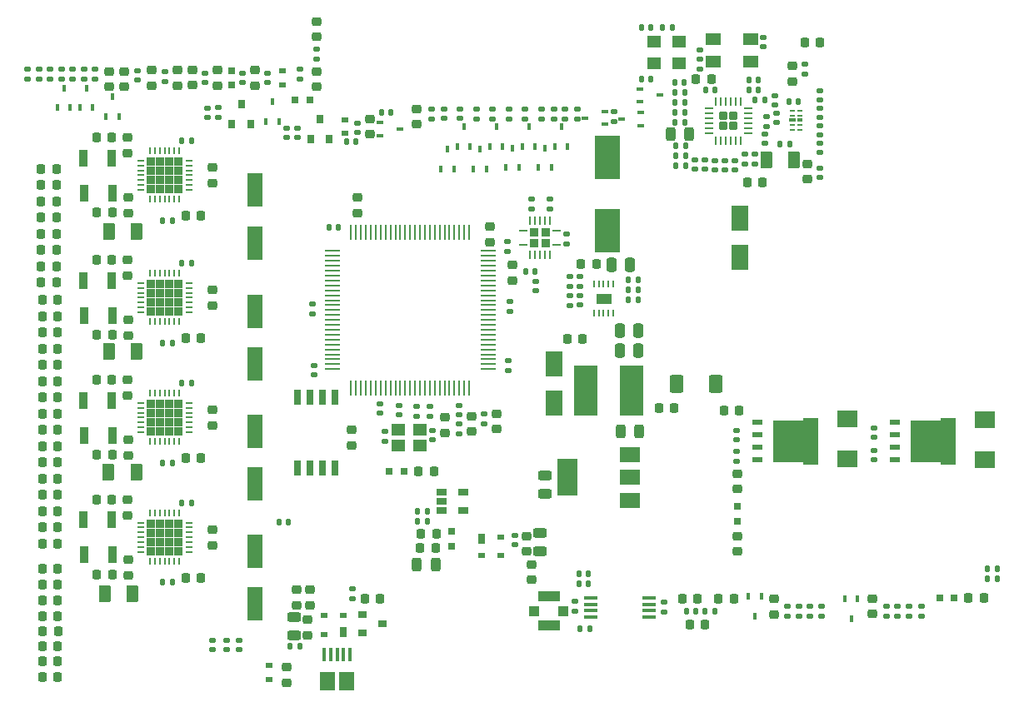
<source format=gbr>
%TF.GenerationSoftware,KiCad,Pcbnew,(6.0.2)*%
%TF.CreationDate,2022-04-18T10:54:01+08:00*%
%TF.ProjectId,BUDDY_v1.0.0,42554444-595f-4763-912e-302e302e6b69,v1.0.0*%
%TF.SameCoordinates,Original*%
%TF.FileFunction,Paste,Top*%
%TF.FilePolarity,Positive*%
%FSLAX46Y46*%
G04 Gerber Fmt 4.6, Leading zero omitted, Abs format (unit mm)*
G04 Created by KiCad (PCBNEW (6.0.2)) date 2022-04-18 10:54:01*
%MOMM*%
%LPD*%
G01*
G04 APERTURE LIST*
G04 Aperture macros list*
%AMRoundRect*
0 Rectangle with rounded corners*
0 $1 Rounding radius*
0 $2 $3 $4 $5 $6 $7 $8 $9 X,Y pos of 4 corners*
0 Add a 4 corners polygon primitive as box body*
4,1,4,$2,$3,$4,$5,$6,$7,$8,$9,$2,$3,0*
0 Add four circle primitives for the rounded corners*
1,1,$1+$1,$2,$3*
1,1,$1+$1,$4,$5*
1,1,$1+$1,$6,$7*
1,1,$1+$1,$8,$9*
0 Add four rect primitives between the rounded corners*
20,1,$1+$1,$2,$3,$4,$5,0*
20,1,$1+$1,$4,$5,$6,$7,0*
20,1,$1+$1,$6,$7,$8,$9,0*
20,1,$1+$1,$8,$9,$2,$3,0*%
%AMFreePoly0*
4,1,9,0.454242,0.242915,0.454242,-0.242915,0.242915,-0.454242,-0.242915,-0.454242,-0.454242,-0.242915,-0.454242,0.242915,-0.242915,0.454242,0.242915,0.454242,0.454242,0.242915,0.454242,0.242915,$1*%
G04 Aperture macros list end*
%ADD10C,0.010000*%
%ADD11R,0.700000X0.600000*%
%ADD12O,0.250000X0.700000*%
%ADD13O,0.700000X0.250000*%
%ADD14R,0.875000X0.875000*%
%ADD15RoundRect,0.243750X0.243750X0.456250X-0.243750X0.456250X-0.243750X-0.456250X0.243750X-0.456250X0*%
%ADD16RoundRect,0.147500X0.147500X0.172500X-0.147500X0.172500X-0.147500X-0.172500X0.147500X-0.172500X0*%
%ADD17RoundRect,0.147500X-0.147500X-0.172500X0.147500X-0.172500X0.147500X0.172500X-0.147500X0.172500X0*%
%ADD18RoundRect,0.147500X-0.172500X0.147500X-0.172500X-0.147500X0.172500X-0.147500X0.172500X0.147500X0*%
%ADD19RoundRect,0.218750X0.218750X0.256250X-0.218750X0.256250X-0.218750X-0.256250X0.218750X-0.256250X0*%
%ADD20R,1.450000X0.450000*%
%ADD21RoundRect,0.147500X0.172500X-0.147500X0.172500X0.147500X-0.172500X0.147500X-0.172500X-0.147500X0*%
%ADD22RoundRect,0.218750X0.256250X-0.218750X0.256250X0.218750X-0.256250X0.218750X-0.256250X-0.218750X0*%
%ADD23RoundRect,0.218750X-0.256250X0.218750X-0.256250X-0.218750X0.256250X-0.218750X0.256250X0.218750X0*%
%ADD24RoundRect,0.243750X0.456250X-0.243750X0.456250X0.243750X-0.456250X0.243750X-0.456250X-0.243750X0*%
%ADD25RoundRect,0.218750X-0.218750X-0.256250X0.218750X-0.256250X0.218750X0.256250X-0.218750X0.256250X0*%
%ADD26R,1.600000X3.500000*%
%ADD27R,0.797560X0.797560*%
%ADD28R,0.700000X1.000000*%
%ADD29R,2.159000X1.778000*%
%ADD30R,1.800000X2.500000*%
%ADD31R,0.400000X1.350000*%
%ADD32R,1.500000X1.900000*%
%ADD33RoundRect,0.249999X0.450001X0.650001X-0.450001X0.650001X-0.450001X-0.650001X0.450001X-0.650001X0*%
%ADD34R,0.800000X0.900000*%
%ADD35R,1.050000X0.600000*%
%ADD36R,3.300000X4.200000*%
%ADD37R,1.550000X4.700000*%
%ADD38R,0.900000X1.700000*%
%ADD39R,0.280000X1.500000*%
%ADD40R,1.500000X0.280000*%
%ADD41R,1.060000X0.650000*%
%ADD42R,1.400000X1.150000*%
%ADD43RoundRect,0.250000X0.375000X0.625000X-0.375000X0.625000X-0.375000X-0.625000X0.375000X-0.625000X0*%
%ADD44RoundRect,0.243750X-0.456250X0.243750X-0.456250X-0.243750X0.456250X-0.243750X0.456250X0.243750X0*%
%ADD45R,0.900000X0.800000*%
%ADD46RoundRect,0.250000X-0.375000X-0.625000X0.375000X-0.625000X0.375000X0.625000X-0.375000X0.625000X0*%
%ADD47FreePoly0,270.000000*%
%ADD48RoundRect,0.062500X-0.062500X0.325000X-0.062500X-0.325000X0.062500X-0.325000X0.062500X0.325000X0*%
%ADD49RoundRect,0.062500X-0.325000X0.062500X-0.325000X-0.062500X0.325000X-0.062500X0.325000X0.062500X0*%
%ADD50R,1.600000X1.300000*%
%ADD51R,0.820000X0.820000*%
%ADD52R,0.850000X0.280000*%
%ADD53R,0.280000X0.850000*%
%ADD54R,1.400000X1.200000*%
%ADD55R,2.500000X4.400000*%
%ADD56R,0.625000X0.250000*%
%ADD57R,0.700000X0.450000*%
%ADD58R,0.575000X0.450000*%
%ADD59RoundRect,0.243750X-0.243750X-0.456250X0.243750X-0.456250X0.243750X0.456250X-0.243750X0.456250X0*%
%ADD60R,2.000000X1.500000*%
%ADD61R,2.000000X3.800000*%
%ADD62R,0.650000X1.650000*%
%ADD63R,0.450000X0.700000*%
%ADD64R,1.000000X1.000000*%
%ADD65R,2.200000X1.050000*%
%ADD66RoundRect,0.135000X0.185000X-0.135000X0.185000X0.135000X-0.185000X0.135000X-0.185000X-0.135000X0*%
%ADD67RoundRect,0.135000X0.135000X0.185000X-0.135000X0.185000X-0.135000X-0.185000X0.135000X-0.185000X0*%
%ADD68RoundRect,0.225000X-0.225000X-0.250000X0.225000X-0.250000X0.225000X0.250000X-0.225000X0.250000X0*%
%ADD69R,0.270000X0.760000*%
%ADD70R,2.400000X5.100000*%
%ADD71RoundRect,0.250000X-0.250000X-0.475000X0.250000X-0.475000X0.250000X0.475000X-0.250000X0.475000X0*%
%ADD72RoundRect,0.135000X-0.185000X0.135000X-0.185000X-0.135000X0.185000X-0.135000X0.185000X0.135000X0*%
%ADD73RoundRect,0.140000X0.170000X-0.140000X0.170000X0.140000X-0.170000X0.140000X-0.170000X-0.140000X0*%
%ADD74RoundRect,0.250000X0.250000X0.475000X-0.250000X0.475000X-0.250000X-0.475000X0.250000X-0.475000X0*%
G04 APERTURE END LIST*
%TO.C,D10*%
G36*
X133380030Y-123374030D02*
G01*
X132780000Y-123374030D01*
X132780000Y-122474000D01*
X133380030Y-122474000D01*
X133380030Y-123374030D01*
G37*
G36*
X131379741Y-123374440D02*
G01*
X130780000Y-123374440D01*
X130780000Y-122874000D01*
X131379741Y-122874000D01*
X131379741Y-123374440D01*
G37*
G36*
X131379358Y-121473358D02*
G01*
X130780000Y-121473358D01*
X130780000Y-120974000D01*
X131379358Y-120974000D01*
X131379358Y-121473358D01*
G37*
G36*
X133380100Y-121473948D02*
G01*
X132780000Y-121473948D01*
X132780000Y-120974000D01*
X133380100Y-120974000D01*
X133380100Y-121473948D01*
G37*
%TO.C,D22*%
G36*
X149382000Y-113473000D02*
G01*
X148782259Y-113473000D01*
X148782259Y-112972560D01*
X149382000Y-112972560D01*
X149382000Y-113473000D01*
G37*
G36*
X147382000Y-113873000D02*
G01*
X146781970Y-113873000D01*
X146781970Y-112972970D01*
X147382000Y-112972970D01*
X147382000Y-113873000D01*
G37*
G36*
X149382000Y-115373000D02*
G01*
X148782642Y-115373000D01*
X148782642Y-114873642D01*
X149382000Y-114873642D01*
X149382000Y-115373000D01*
G37*
G36*
X147382000Y-115373000D02*
G01*
X146781900Y-115373000D01*
X146781900Y-114873052D01*
X147382000Y-114873052D01*
X147382000Y-115373000D01*
G37*
D10*
%TO.C,U14*%
X158773000Y-89474000D02*
X158773000Y-88526000D01*
X158773000Y-88526000D02*
X160227000Y-88526000D01*
X160227000Y-88526000D02*
X160227000Y-89474000D01*
X160227000Y-89474000D02*
X158773000Y-89474000D01*
G36*
X160227000Y-89474000D02*
G01*
X158773000Y-89474000D01*
X158773000Y-88526000D01*
X160227000Y-88526000D01*
X160227000Y-89474000D01*
G37*
X160227000Y-89474000D02*
X158773000Y-89474000D01*
X158773000Y-88526000D01*
X160227000Y-88526000D01*
X160227000Y-89474000D01*
%TD*%
D11*
%TO.C,D5*%
X126873000Y-65848000D03*
X126873000Y-67248000D03*
%TD*%
%TO.C,D6*%
X133223000Y-70801000D03*
X133223000Y-72201000D03*
%TD*%
%TO.C,D24*%
X125476000Y-127700000D03*
X125476000Y-126300000D03*
%TD*%
D12*
%TO.C,U6*%
X113394000Y-115724000D03*
X113894000Y-115724000D03*
X114394000Y-115724000D03*
X114894000Y-115724000D03*
X115394000Y-115724000D03*
X115894000Y-115724000D03*
X116394000Y-115724000D03*
D13*
X117344000Y-114774000D03*
X117344000Y-114274000D03*
X117344000Y-113774000D03*
X117344000Y-113274000D03*
X117344000Y-112774000D03*
X117344000Y-112274000D03*
X117344000Y-111774000D03*
D12*
X116394000Y-110824000D03*
X115894000Y-110824000D03*
X115394000Y-110824000D03*
X114894000Y-110824000D03*
X114394000Y-110824000D03*
X113894000Y-110824000D03*
X113394000Y-110824000D03*
D13*
X112444000Y-111774000D03*
X112444000Y-112274000D03*
X112444000Y-112774000D03*
X112444000Y-113274000D03*
X112444000Y-113774000D03*
X112444000Y-114274000D03*
X112444000Y-114774000D03*
D14*
X113506500Y-111886500D03*
X116281500Y-113736500D03*
X114431500Y-111886500D03*
X115356500Y-113736500D03*
X113506500Y-114661500D03*
X115356500Y-111886500D03*
X114431500Y-113736500D03*
X115356500Y-114661500D03*
X115356500Y-112811500D03*
X114431500Y-114661500D03*
X113506500Y-113736500D03*
X116281500Y-111886500D03*
X116281500Y-114661500D03*
X113506500Y-112811500D03*
X116281500Y-112811500D03*
X114431500Y-112811500D03*
%TD*%
D12*
%TO.C,U7*%
X113394000Y-103542000D03*
X113894000Y-103542000D03*
X114394000Y-103542000D03*
X114894000Y-103542000D03*
X115394000Y-103542000D03*
X115894000Y-103542000D03*
X116394000Y-103542000D03*
D13*
X117344000Y-102592000D03*
X117344000Y-102092000D03*
X117344000Y-101592000D03*
X117344000Y-101092000D03*
X117344000Y-100592000D03*
X117344000Y-100092000D03*
X117344000Y-99592000D03*
D12*
X116394000Y-98642000D03*
X115894000Y-98642000D03*
X115394000Y-98642000D03*
X114894000Y-98642000D03*
X114394000Y-98642000D03*
X113894000Y-98642000D03*
X113394000Y-98642000D03*
D13*
X112444000Y-99592000D03*
X112444000Y-100092000D03*
X112444000Y-100592000D03*
X112444000Y-101092000D03*
X112444000Y-101592000D03*
X112444000Y-102092000D03*
X112444000Y-102592000D03*
D14*
X114431500Y-100629500D03*
X116281500Y-102479500D03*
X114431500Y-99704500D03*
X116281500Y-100629500D03*
X115356500Y-99704500D03*
X115356500Y-102479500D03*
X116281500Y-99704500D03*
X114431500Y-101554500D03*
X113506500Y-100629500D03*
X113506500Y-101554500D03*
X116281500Y-101554500D03*
X113506500Y-99704500D03*
X115356500Y-101554500D03*
X115356500Y-100629500D03*
X114431500Y-102479500D03*
X113506500Y-102479500D03*
%TD*%
D12*
%TO.C,U8*%
X113394000Y-78904000D03*
X113894000Y-78904000D03*
X114394000Y-78904000D03*
X114894000Y-78904000D03*
X115394000Y-78904000D03*
X115894000Y-78904000D03*
X116394000Y-78904000D03*
D13*
X117344000Y-77954000D03*
X117344000Y-77454000D03*
X117344000Y-76954000D03*
X117344000Y-76454000D03*
X117344000Y-75954000D03*
X117344000Y-75454000D03*
X117344000Y-74954000D03*
D12*
X116394000Y-74004000D03*
X115894000Y-74004000D03*
X115394000Y-74004000D03*
X114894000Y-74004000D03*
X114394000Y-74004000D03*
X113894000Y-74004000D03*
X113394000Y-74004000D03*
D13*
X112444000Y-74954000D03*
X112444000Y-75454000D03*
X112444000Y-75954000D03*
X112444000Y-76454000D03*
X112444000Y-76954000D03*
X112444000Y-77454000D03*
X112444000Y-77954000D03*
D14*
X115356500Y-75066500D03*
X114431500Y-77841500D03*
X113506500Y-76916500D03*
X114431500Y-75991500D03*
X115356500Y-76916500D03*
X114431500Y-76916500D03*
X116281500Y-77841500D03*
X115356500Y-77841500D03*
X113506500Y-77841500D03*
X116281500Y-75991500D03*
X116281500Y-76916500D03*
X113506500Y-75991500D03*
X116281500Y-75066500D03*
X115356500Y-75991500D03*
X113506500Y-75066500D03*
X114431500Y-75066500D03*
%TD*%
D12*
%TO.C,U9*%
X113394000Y-91350000D03*
X113894000Y-91350000D03*
X114394000Y-91350000D03*
X114894000Y-91350000D03*
X115394000Y-91350000D03*
X115894000Y-91350000D03*
X116394000Y-91350000D03*
D13*
X117344000Y-90400000D03*
X117344000Y-89900000D03*
X117344000Y-89400000D03*
X117344000Y-88900000D03*
X117344000Y-88400000D03*
X117344000Y-87900000D03*
X117344000Y-87400000D03*
D12*
X116394000Y-86450000D03*
X115894000Y-86450000D03*
X115394000Y-86450000D03*
X114894000Y-86450000D03*
X114394000Y-86450000D03*
X113894000Y-86450000D03*
X113394000Y-86450000D03*
D13*
X112444000Y-87400000D03*
X112444000Y-87900000D03*
X112444000Y-88400000D03*
X112444000Y-88900000D03*
X112444000Y-89400000D03*
X112444000Y-89900000D03*
X112444000Y-90400000D03*
D14*
X114431500Y-89362500D03*
X113506500Y-88437500D03*
X115356500Y-89362500D03*
X116281500Y-88437500D03*
X115356500Y-90287500D03*
X113506500Y-90287500D03*
X116281500Y-87512500D03*
X113506500Y-87512500D03*
X115356500Y-88437500D03*
X115356500Y-87512500D03*
X116281500Y-90287500D03*
X114431500Y-87512500D03*
X113506500Y-89362500D03*
X116281500Y-89362500D03*
X114431500Y-90287500D03*
X114431500Y-88437500D03*
%TD*%
D15*
%TO.C,C37*%
X142415500Y-116035568D03*
X140540500Y-116035568D03*
%TD*%
D16*
%TO.C,R77*%
X199494000Y-117475000D03*
X198524000Y-117475000D03*
%TD*%
%TO.C,R78*%
X170769000Y-120777000D03*
X169799000Y-120777000D03*
%TD*%
%TO.C,R82*%
X168864000Y-120777000D03*
X167894000Y-120777000D03*
%TD*%
D17*
%TO.C,TH1*%
X198524000Y-116459000D03*
X199494000Y-116459000D03*
%TD*%
D18*
%TO.C,C114*%
X144780000Y-101773000D03*
X144780000Y-102743000D03*
%TD*%
D19*
%TO.C,C8*%
X169062500Y-119507000D03*
X167487500Y-119507000D03*
%TD*%
D18*
%TO.C,C52*%
X165608000Y-119888000D03*
X165608000Y-120858000D03*
%TD*%
D16*
%TO.C,R29*%
X157965000Y-117983000D03*
X156995000Y-117983000D03*
%TD*%
%TO.C,R28*%
X157965000Y-116967000D03*
X156995000Y-116967000D03*
%TD*%
D20*
%TO.C,U11*%
X158213000Y-119421000D03*
X158213000Y-120071000D03*
X158213000Y-120721000D03*
X158213000Y-121371000D03*
X164113000Y-121371000D03*
X164113000Y-120721000D03*
X164113000Y-120071000D03*
X164113000Y-119421000D03*
%TD*%
D16*
%TO.C,R92*%
X141582000Y-110617000D03*
X140612000Y-110617000D03*
%TD*%
D21*
%TO.C,C1*%
X118999000Y-67033000D03*
X118999000Y-66063000D03*
%TD*%
D18*
%TO.C,C2*%
X130302000Y-63650000D03*
X130302000Y-64620000D03*
%TD*%
D21*
%TO.C,C3*%
X178181000Y-121262000D03*
X178181000Y-120292000D03*
%TD*%
%TO.C,C4*%
X188214000Y-121262000D03*
X188214000Y-120292000D03*
%TD*%
D18*
%TO.C,C9*%
X104394000Y-65705000D03*
X104394000Y-66675000D03*
%TD*%
D21*
%TO.C,C10*%
X107823000Y-66652000D03*
X107823000Y-65682000D03*
%TD*%
D18*
%TO.C,C11*%
X138684000Y-99845000D03*
X138684000Y-100815000D03*
%TD*%
D21*
%TO.C,C12*%
X112141000Y-66779000D03*
X112141000Y-65809000D03*
%TD*%
D22*
%TO.C,C14*%
X133858000Y-103911500D03*
X133858000Y-102336500D03*
%TD*%
D23*
%TO.C,C15*%
X119720000Y-112486500D03*
X119720000Y-114061500D03*
%TD*%
D16*
%TO.C,C16*%
X117617100Y-109738160D03*
X116647100Y-109738160D03*
%TD*%
D24*
%TO.C,C21*%
X153035000Y-114729500D03*
X153035000Y-112854500D03*
%TD*%
D25*
%TO.C,C23*%
X171712500Y-100360000D03*
X173287500Y-100360000D03*
%TD*%
D23*
%TO.C,C24*%
X119720000Y-100304500D03*
X119720000Y-101879500D03*
%TD*%
D25*
%TO.C,C25*%
X171145000Y-119507000D03*
X172720000Y-119507000D03*
%TD*%
D18*
%TO.C,C27*%
X136779000Y-99695000D03*
X136779000Y-100665000D03*
%TD*%
D19*
%TO.C,C28*%
X158744917Y-85484692D03*
X157169917Y-85484692D03*
%TD*%
D21*
%TO.C,C30*%
X130048000Y-96751000D03*
X130048000Y-95781000D03*
%TD*%
D16*
%TO.C,C32*%
X117617100Y-97556160D03*
X116647100Y-97556160D03*
%TD*%
D23*
%TO.C,C34*%
X119720000Y-75666500D03*
X119720000Y-77241500D03*
%TD*%
%TO.C,C36*%
X119720000Y-88112500D03*
X119720000Y-89687500D03*
%TD*%
D16*
%TO.C,C38*%
X117617100Y-72918160D03*
X116647100Y-72918160D03*
%TD*%
D19*
%TO.C,C39*%
X142421712Y-114384568D03*
X140846712Y-114384568D03*
%TD*%
D16*
%TO.C,C40*%
X117617100Y-85364160D03*
X116647100Y-85364160D03*
%TD*%
D19*
%TO.C,C42*%
X118582540Y-117411500D03*
X117007540Y-117411500D03*
%TD*%
D17*
%TO.C,C43*%
X114704000Y-117856000D03*
X115674000Y-117856000D03*
%TD*%
D19*
%TO.C,C44*%
X118582540Y-105229500D03*
X117007540Y-105229500D03*
%TD*%
D17*
%TO.C,C45*%
X114704000Y-105674000D03*
X115674000Y-105674000D03*
%TD*%
D19*
%TO.C,C46*%
X109603640Y-117066060D03*
X108028640Y-117066060D03*
%TD*%
%TO.C,C47*%
X109603640Y-104884060D03*
X108028640Y-104884060D03*
%TD*%
%TO.C,C50*%
X109527440Y-109466380D03*
X107952440Y-109466380D03*
%TD*%
%TO.C,C53*%
X109527440Y-97284380D03*
X107952440Y-97284380D03*
%TD*%
D22*
%TO.C,C54*%
X111122460Y-111041280D03*
X111122460Y-109466280D03*
%TD*%
%TO.C,C55*%
X111122460Y-98859280D03*
X111122460Y-97284280D03*
%TD*%
D23*
%TO.C,C58*%
X111180880Y-115541960D03*
X111180880Y-117116960D03*
%TD*%
%TO.C,C59*%
X111180880Y-103359960D03*
X111180880Y-104934960D03*
%TD*%
D26*
%TO.C,C61*%
X124079000Y-102456000D03*
X124079000Y-107856000D03*
%TD*%
D25*
%TO.C,C64*%
X102463500Y-127508000D03*
X104038500Y-127508000D03*
%TD*%
%TO.C,C65*%
X102463500Y-124333000D03*
X104038500Y-124333000D03*
%TD*%
%TO.C,C66*%
X102463500Y-121285000D03*
X104038500Y-121285000D03*
%TD*%
%TO.C,C67*%
X102463500Y-118110000D03*
X104038500Y-118110000D03*
%TD*%
%TO.C,C68*%
X102463500Y-113919000D03*
X104038500Y-113919000D03*
%TD*%
%TO.C,C69*%
X102463500Y-110617000D03*
X104038500Y-110617000D03*
%TD*%
%TO.C,C70*%
X102463500Y-107315000D03*
X104038500Y-107315000D03*
%TD*%
%TO.C,C71*%
X102463500Y-104013000D03*
X104038500Y-104013000D03*
%TD*%
D19*
%TO.C,C72*%
X118582540Y-80591500D03*
X117007540Y-80591500D03*
%TD*%
D17*
%TO.C,C73*%
X114704000Y-81036000D03*
X115674000Y-81036000D03*
%TD*%
D19*
%TO.C,C74*%
X118582540Y-93037500D03*
X117007540Y-93037500D03*
%TD*%
D17*
%TO.C,C75*%
X114704000Y-93482000D03*
X115674000Y-93482000D03*
%TD*%
D19*
%TO.C,C76*%
X109603640Y-80246060D03*
X108028640Y-80246060D03*
%TD*%
%TO.C,C77*%
X109603640Y-92692060D03*
X108028640Y-92692060D03*
%TD*%
%TO.C,C80*%
X109527440Y-72646380D03*
X107952440Y-72646380D03*
%TD*%
%TO.C,C83*%
X109527440Y-85092380D03*
X107952440Y-85092380D03*
%TD*%
D22*
%TO.C,C84*%
X111122460Y-74221280D03*
X111122460Y-72646280D03*
%TD*%
%TO.C,C85*%
X111122460Y-86667280D03*
X111122460Y-85092280D03*
%TD*%
D16*
%TO.C,C87*%
X128628000Y-124333000D03*
X127658000Y-124333000D03*
%TD*%
D23*
%TO.C,C88*%
X111180880Y-78721960D03*
X111180880Y-80296960D03*
%TD*%
%TO.C,C89*%
X111180880Y-91167960D03*
X111180880Y-92742960D03*
%TD*%
D26*
%TO.C,C90*%
X124079000Y-77945000D03*
X124079000Y-83345000D03*
%TD*%
%TO.C,C91*%
X124079000Y-90264000D03*
X124079000Y-95664000D03*
%TD*%
D25*
%TO.C,C94*%
X102336500Y-87376000D03*
X103911500Y-87376000D03*
%TD*%
%TO.C,C95*%
X102336500Y-84074000D03*
X103911500Y-84074000D03*
%TD*%
%TO.C,C96*%
X102336500Y-80772000D03*
X103911500Y-80772000D03*
%TD*%
%TO.C,C97*%
X102336500Y-77470000D03*
X103911500Y-77470000D03*
%TD*%
%TO.C,C98*%
X102463500Y-100711000D03*
X104038500Y-100711000D03*
%TD*%
%TO.C,C99*%
X102463500Y-97409000D03*
X104038500Y-97409000D03*
%TD*%
%TO.C,C100*%
X102463500Y-94107000D03*
X104038500Y-94107000D03*
%TD*%
%TO.C,C101*%
X102463500Y-90805000D03*
X104038500Y-90805000D03*
%TD*%
D18*
%TO.C,C104*%
X142113000Y-102385000D03*
X142113000Y-103355000D03*
%TD*%
D21*
%TO.C,C105*%
X137287000Y-103482000D03*
X137287000Y-102512000D03*
%TD*%
D23*
%TO.C,C106*%
X150241000Y-85572500D03*
X150241000Y-87147500D03*
%TD*%
D22*
%TO.C,C107*%
X134493000Y-80289500D03*
X134493000Y-78714500D03*
%TD*%
D21*
%TO.C,C108*%
X121158000Y-124691000D03*
X121158000Y-123721000D03*
%TD*%
D18*
%TO.C,C109*%
X141859000Y-99972000D03*
X141859000Y-100942000D03*
%TD*%
D16*
%TO.C,C110*%
X132565000Y-81788000D03*
X131595000Y-81788000D03*
%TD*%
D21*
%TO.C,C111*%
X149733000Y-84178000D03*
X149733000Y-83208000D03*
%TD*%
D18*
%TO.C,C112*%
X149777000Y-95305000D03*
X149777000Y-96275000D03*
%TD*%
%TO.C,C113*%
X147320000Y-100757000D03*
X147320000Y-101727000D03*
%TD*%
%TO.C,C115*%
X150495000Y-113053000D03*
X150495000Y-114023000D03*
%TD*%
D23*
%TO.C,C116*%
X146050000Y-100939500D03*
X146050000Y-102514500D03*
%TD*%
%TO.C,C117*%
X143383000Y-101066500D03*
X143383000Y-102641500D03*
%TD*%
D22*
%TO.C,C118*%
X147955000Y-83236000D03*
X147955000Y-81661000D03*
%TD*%
D27*
%TO.C,D3*%
X121666000Y-67297300D03*
X121666000Y-65798700D03*
%TD*%
%TO.C,D4*%
X129641600Y-68834000D03*
X128143000Y-68834000D03*
%TD*%
%TO.C,D9*%
X137708701Y-106566001D03*
X139207301Y-106566001D03*
%TD*%
D28*
%TO.C,D10*%
X133080000Y-122924000D03*
D11*
X133080000Y-121224000D03*
X131080000Y-121224000D03*
X131080000Y-123124000D03*
%TD*%
D29*
%TO.C,D12*%
X184300000Y-105332000D03*
X184300000Y-101268000D03*
%TD*%
D27*
%TO.C,D13*%
X173101000Y-110121700D03*
X173101000Y-111620300D03*
%TD*%
D29*
%TO.C,D14*%
X198247000Y-105410000D03*
X198247000Y-101346000D03*
%TD*%
D27*
%TO.C,D15*%
X193642169Y-119440052D03*
X195140769Y-119440052D03*
%TD*%
%TO.C,D17*%
X144018000Y-112661700D03*
X144018000Y-114160300D03*
%TD*%
D30*
%TO.C,D18*%
X173355000Y-80804000D03*
X173355000Y-84804000D03*
%TD*%
D28*
%TO.C,D22*%
X147082000Y-113423000D03*
D11*
X147082000Y-115123000D03*
X149082000Y-115123000D03*
X149082000Y-113223000D03*
%TD*%
D31*
%TO.C,J2*%
X131126000Y-125160000D03*
X131776000Y-125160000D03*
X132426000Y-125160000D03*
X133076000Y-125160000D03*
X133726000Y-125160000D03*
D32*
X133426000Y-127860000D03*
X131426000Y-127860000D03*
%TD*%
D22*
%TO.C,L1*%
X117729000Y-67310000D03*
X117729000Y-65735000D03*
%TD*%
%TO.C,L2*%
X130302000Y-62382500D03*
X130302000Y-60807500D03*
%TD*%
%TO.C,L3*%
X124079000Y-67335500D03*
X124079000Y-65760500D03*
%TD*%
%TO.C,L4*%
X135763000Y-72288500D03*
X135763000Y-70713500D03*
%TD*%
D23*
%TO.C,L5*%
X176784000Y-119507000D03*
X176784000Y-121082000D03*
%TD*%
%TO.C,L6*%
X186817000Y-119481500D03*
X186817000Y-121056500D03*
%TD*%
%TO.C,L7*%
X129413000Y-121640500D03*
X129413000Y-123215500D03*
%TD*%
D25*
%TO.C,L8*%
X135229500Y-119507000D03*
X136804500Y-119507000D03*
%TD*%
D23*
%TO.C,L9*%
X127254000Y-126466500D03*
X127254000Y-128041500D03*
%TD*%
D33*
%TO.C,L12*%
X170896257Y-97635544D03*
X166896257Y-97635544D03*
%TD*%
D22*
%TO.C,L14*%
X109220000Y-67462500D03*
X109220000Y-65887500D03*
%TD*%
%TO.C,L15*%
X110744000Y-67462500D03*
X110744000Y-65887500D03*
%TD*%
D23*
%TO.C,L16*%
X140462000Y-69697500D03*
X140462000Y-71272500D03*
%TD*%
D22*
%TO.C,L23*%
X113538000Y-67335500D03*
X113538000Y-65760500D03*
%TD*%
%TO.C,L25*%
X116205000Y-67335500D03*
X116205000Y-65760500D03*
%TD*%
%TO.C,L27*%
X151638000Y-114706500D03*
X151638000Y-113131500D03*
%TD*%
D19*
%TO.C,L31*%
X104061360Y-122811540D03*
X102486360Y-122811540D03*
%TD*%
%TO.C,L32*%
X104035960Y-119694960D03*
X102460960Y-119694960D03*
%TD*%
%TO.C,L33*%
X104035960Y-116507260D03*
X102460960Y-116507260D03*
%TD*%
%TO.C,L34*%
X104038500Y-108966000D03*
X102463500Y-108966000D03*
%TD*%
%TO.C,L35*%
X104038500Y-105664000D03*
X102463500Y-105664000D03*
%TD*%
%TO.C,L36*%
X104038500Y-102362000D03*
X102463500Y-102362000D03*
%TD*%
%TO.C,L37*%
X104035960Y-125897640D03*
X102460960Y-125897640D03*
%TD*%
%TO.C,L38*%
X104038500Y-112268000D03*
X102463500Y-112268000D03*
%TD*%
%TO.C,L39*%
X103911500Y-82423000D03*
X102336500Y-82423000D03*
%TD*%
%TO.C,L40*%
X103911500Y-79121000D03*
X102336500Y-79121000D03*
%TD*%
%TO.C,L41*%
X103911500Y-75819000D03*
X102336500Y-75819000D03*
%TD*%
%TO.C,L42*%
X104038500Y-95758000D03*
X102463500Y-95758000D03*
%TD*%
%TO.C,L43*%
X104038500Y-92456000D03*
X102463500Y-92456000D03*
%TD*%
%TO.C,L44*%
X104038500Y-89154000D03*
X102463500Y-89154000D03*
%TD*%
%TO.C,L45*%
X103911500Y-85725000D03*
X102336500Y-85725000D03*
%TD*%
%TO.C,L46*%
X104038500Y-99060000D03*
X102463500Y-99060000D03*
%TD*%
D22*
%TO.C,L47*%
X148590000Y-102260500D03*
X148590000Y-100685500D03*
%TD*%
D23*
%TO.C,L48*%
X152200000Y-116012500D03*
X152200000Y-117587500D03*
%TD*%
D34*
%TO.C,Q1*%
X121732000Y-71231000D03*
X123632000Y-71231000D03*
X122682000Y-69231000D03*
%TD*%
%TO.C,Q2*%
X129733000Y-72755000D03*
X131633000Y-72755000D03*
X130683000Y-70755000D03*
%TD*%
D35*
%TO.C,Q3*%
X175102000Y-105410000D03*
X175102000Y-101600000D03*
X175102000Y-104140000D03*
X175102000Y-102870000D03*
D36*
X178377000Y-103505000D03*
D37*
X180577000Y-103505000D03*
%TD*%
D35*
%TO.C,Q4*%
X189072000Y-105410000D03*
X189072000Y-101600000D03*
X189072000Y-102870000D03*
X189072000Y-104140000D03*
D36*
X192347000Y-103505000D03*
D37*
X194547000Y-103505000D03*
%TD*%
D18*
%TO.C,R1*%
X120373000Y-69596000D03*
X120373000Y-70566000D03*
%TD*%
%TO.C,R2*%
X128397000Y-71651000D03*
X128397000Y-72621000D03*
%TD*%
%TO.C,R3*%
X119253000Y-69619000D03*
X119253000Y-70589000D03*
%TD*%
D21*
%TO.C,R4*%
X127254000Y-72621000D03*
X127254000Y-71651000D03*
%TD*%
D22*
%TO.C,R5*%
X120269000Y-67335500D03*
X120269000Y-65760500D03*
%TD*%
D23*
%TO.C,R6*%
X130302000Y-65887500D03*
X130302000Y-67462500D03*
%TD*%
D21*
%TO.C,R7*%
X128651000Y-66652000D03*
X128651000Y-65682000D03*
%TD*%
D16*
%TO.C,R8*%
X134343000Y-73025000D03*
X133373000Y-73025000D03*
%TD*%
D18*
%TO.C,R9*%
X125349000Y-66063000D03*
X125349000Y-67033000D03*
%TD*%
D21*
%TO.C,R10*%
X134493000Y-72113000D03*
X134493000Y-71143000D03*
%TD*%
D18*
%TO.C,R11*%
X179324000Y-120292000D03*
X179324000Y-121262000D03*
%TD*%
D21*
%TO.C,R12*%
X180467000Y-121262000D03*
X180467000Y-120292000D03*
%TD*%
D18*
%TO.C,R13*%
X181610000Y-120292000D03*
X181610000Y-121262000D03*
%TD*%
%TO.C,R14*%
X189357000Y-120292000D03*
X189357000Y-121262000D03*
%TD*%
D21*
%TO.C,R15*%
X190500000Y-121262000D03*
X190500000Y-120292000D03*
%TD*%
%TO.C,R16*%
X191770000Y-121262000D03*
X191770000Y-120292000D03*
%TD*%
D18*
%TO.C,R18*%
X114935000Y-65936000D03*
X114935000Y-66906000D03*
%TD*%
D23*
%TO.C,R19*%
X129667000Y-118592500D03*
X129667000Y-120167500D03*
%TD*%
D22*
%TO.C,R20*%
X128270000Y-120167500D03*
X128270000Y-118592500D03*
%TD*%
D18*
%TO.C,R22*%
X146558000Y-69746000D03*
X146558000Y-70716000D03*
%TD*%
%TO.C,R23*%
X149860000Y-69746000D03*
X149860000Y-70716000D03*
%TD*%
D19*
%TO.C,C26*%
X166696166Y-100110000D03*
X165121166Y-100110000D03*
%TD*%
D18*
%TO.C,R41*%
X153162000Y-69746000D03*
X153162000Y-70716000D03*
%TD*%
D21*
%TO.C,R42*%
X143256000Y-70693000D03*
X143256000Y-69723000D03*
%TD*%
%TO.C,R43*%
X172974000Y-103355000D03*
X172974000Y-102385000D03*
%TD*%
D18*
%TO.C,R44*%
X172974000Y-104544000D03*
X172974000Y-105514000D03*
%TD*%
D23*
%TO.C,R45*%
X173101000Y-113131500D03*
X173101000Y-114706500D03*
%TD*%
D21*
%TO.C,R46*%
X186944000Y-103101000D03*
X186944000Y-102131000D03*
%TD*%
D18*
%TO.C,R47*%
X186944000Y-104417000D03*
X186944000Y-105387000D03*
%TD*%
D25*
%TO.C,R48*%
X196570500Y-119440052D03*
X198145500Y-119440052D03*
%TD*%
D21*
%TO.C,R54*%
X106680000Y-66652000D03*
X106680000Y-65682000D03*
%TD*%
D18*
%TO.C,R55*%
X103251000Y-65705000D03*
X103251000Y-66675000D03*
%TD*%
%TO.C,R56*%
X102108000Y-65682000D03*
X102108000Y-66652000D03*
%TD*%
%TO.C,R57*%
X105537000Y-65682000D03*
X105537000Y-66652000D03*
%TD*%
D21*
%TO.C,R58*%
X100965000Y-66652000D03*
X100965000Y-65682000D03*
%TD*%
D18*
%TO.C,R63*%
X155575000Y-69746000D03*
X155575000Y-70716000D03*
%TD*%
D21*
%TO.C,R64*%
X129921000Y-90528000D03*
X129921000Y-89558000D03*
%TD*%
D38*
%TO.C,R65*%
X106701000Y-115062000D03*
X109601000Y-115062000D03*
%TD*%
%TO.C,R66*%
X106701000Y-102880000D03*
X109601000Y-102880000D03*
%TD*%
%TO.C,R67*%
X106627000Y-111506000D03*
X109527000Y-111506000D03*
%TD*%
%TO.C,R68*%
X106627000Y-99324000D03*
X109527000Y-99324000D03*
%TD*%
D16*
%TO.C,R70*%
X164315000Y-66675000D03*
X163345000Y-66675000D03*
%TD*%
D38*
%TO.C,R73*%
X106701000Y-78242000D03*
X109601000Y-78242000D03*
%TD*%
%TO.C,R74*%
X106701000Y-90688000D03*
X109601000Y-90688000D03*
%TD*%
%TO.C,R75*%
X106627000Y-74686000D03*
X109527000Y-74686000D03*
%TD*%
%TO.C,R76*%
X106627000Y-87132000D03*
X109527000Y-87132000D03*
%TD*%
D21*
%TO.C,R79*%
X122428000Y-124691000D03*
X122428000Y-123721000D03*
%TD*%
D18*
%TO.C,R80*%
X149987000Y-89304000D03*
X149987000Y-90274000D03*
%TD*%
D21*
%TO.C,R81*%
X119761000Y-124691000D03*
X119761000Y-123721000D03*
%TD*%
%TO.C,R86*%
X144780000Y-100815000D03*
X144780000Y-99845000D03*
%TD*%
D17*
%TO.C,R87*%
X140612000Y-111633000D03*
X141582000Y-111633000D03*
%TD*%
D25*
%TO.C,R88*%
X140944500Y-112903000D03*
X142519500Y-112903000D03*
%TD*%
D21*
%TO.C,R89*%
X144907000Y-70693000D03*
X144907000Y-69723000D03*
%TD*%
%TO.C,R90*%
X148209000Y-70716000D03*
X148209000Y-69746000D03*
%TD*%
%TO.C,R91*%
X151511000Y-70716000D03*
X151511000Y-69746000D03*
%TD*%
%TO.C,R93*%
X154432000Y-70716000D03*
X154432000Y-69746000D03*
%TD*%
D39*
%TO.C,U10*%
X133842001Y-98066001D03*
X134342001Y-98066001D03*
X134842001Y-98066001D03*
X135342001Y-98066001D03*
X135842001Y-98066001D03*
X136342001Y-98066001D03*
X136842001Y-98066001D03*
X137342001Y-98066001D03*
X137842001Y-98066001D03*
X138342001Y-98066001D03*
X138842001Y-98066001D03*
X139342001Y-98066001D03*
X139842001Y-98066001D03*
X140342001Y-98066001D03*
X140842001Y-98066001D03*
X141342001Y-98066001D03*
X141842001Y-98066001D03*
X142342001Y-98066001D03*
X142842001Y-98066001D03*
X143342001Y-98066001D03*
X143842001Y-98066001D03*
X144342001Y-98066001D03*
X144842001Y-98066001D03*
X145342001Y-98066001D03*
X145842001Y-98066001D03*
D40*
X147742001Y-96166001D03*
X147742001Y-95666001D03*
X147742001Y-95166001D03*
X147742001Y-94666001D03*
X147742001Y-94166001D03*
X147742001Y-93666001D03*
X147742001Y-93166001D03*
X147742001Y-92666001D03*
X147742001Y-92166001D03*
X147742001Y-91666001D03*
X147742001Y-91166001D03*
X147742001Y-90666001D03*
X147742001Y-90166001D03*
X147742001Y-89666001D03*
X147742001Y-89166001D03*
X147742001Y-88666001D03*
X147742001Y-88166001D03*
X147742001Y-87666001D03*
X147742001Y-87166001D03*
X147742001Y-86666001D03*
X147742001Y-86166001D03*
X147742001Y-85666001D03*
X147742001Y-85166001D03*
X147742001Y-84666001D03*
X147742001Y-84166001D03*
D39*
X145842001Y-82266001D03*
X145342001Y-82266001D03*
X144842001Y-82266001D03*
X144342001Y-82266001D03*
X143842001Y-82266001D03*
X143342001Y-82266001D03*
X142842001Y-82266001D03*
X142342001Y-82266001D03*
X141842001Y-82266001D03*
X141342001Y-82266001D03*
X140842001Y-82266001D03*
X140342001Y-82266001D03*
X139842001Y-82266001D03*
X139342001Y-82266001D03*
X138842001Y-82266001D03*
X138342001Y-82266001D03*
X137842001Y-82266001D03*
X137342001Y-82266001D03*
X136842001Y-82266001D03*
X136342001Y-82266001D03*
X135842001Y-82266001D03*
X135342001Y-82266001D03*
X134842001Y-82266001D03*
X134342001Y-82266001D03*
X133842001Y-82266001D03*
D40*
X131942001Y-84166001D03*
X131942001Y-84666001D03*
X131942001Y-85166001D03*
X131942001Y-85666001D03*
X131942001Y-86166001D03*
X131942001Y-86666001D03*
X131942001Y-87166001D03*
X131942001Y-87666001D03*
X131942001Y-88166001D03*
X131942001Y-88666001D03*
X131942001Y-89166001D03*
X131942001Y-89666001D03*
X131942001Y-90166001D03*
X131942001Y-90666001D03*
X131942001Y-91166001D03*
X131942001Y-91666001D03*
X131942001Y-92166001D03*
X131942001Y-92666001D03*
X131942001Y-93166001D03*
X131942001Y-93666001D03*
X131942001Y-94166001D03*
X131942001Y-94666001D03*
X131942001Y-95166001D03*
X131942001Y-95666001D03*
X131942001Y-96166001D03*
%TD*%
D41*
%TO.C,U12*%
X143045000Y-108651000D03*
X143045000Y-109601000D03*
X143045000Y-110551000D03*
X145245000Y-110551000D03*
X145245000Y-108651000D03*
%TD*%
D42*
%TO.C,Y2*%
X140800000Y-102324000D03*
X138600000Y-102324000D03*
X138600000Y-103924000D03*
X140800000Y-103924000D03*
%TD*%
D16*
%TO.C,R83*%
X158092000Y-122555000D03*
X157122000Y-122555000D03*
%TD*%
D25*
%TO.C,L11*%
X168249500Y-122174000D03*
X169824500Y-122174000D03*
%TD*%
D18*
%TO.C,C49*%
X156591000Y-119784000D03*
X156591000Y-120754000D03*
%TD*%
D26*
%TO.C,C60*%
X124079000Y-114648000D03*
X124079000Y-120048000D03*
%TD*%
D17*
%TO.C,C62*%
X136929000Y-70104000D03*
X137899000Y-70104000D03*
%TD*%
D21*
%TO.C,C41*%
X156845000Y-70716000D03*
X156845000Y-69746000D03*
%TD*%
D18*
%TO.C,C63*%
X141986000Y-69746000D03*
X141986000Y-70716000D03*
%TD*%
%TO.C,C51*%
X122809000Y-66063000D03*
X122809000Y-67033000D03*
%TD*%
D43*
%TO.C,C92*%
X111636000Y-118999000D03*
X108836000Y-118999000D03*
%TD*%
%TO.C,C93*%
X112020000Y-82169000D03*
X109220000Y-82169000D03*
%TD*%
%TO.C,C121*%
X112014000Y-106680000D03*
X109214000Y-106680000D03*
%TD*%
%TO.C,C122*%
X112017000Y-94361000D03*
X109217000Y-94361000D03*
%TD*%
D16*
%TO.C,R85*%
X127462000Y-111760000D03*
X126492000Y-111760000D03*
%TD*%
D25*
%TO.C,R17*%
X140690500Y-106553000D03*
X142265500Y-106553000D03*
%TD*%
D44*
%TO.C,C5*%
X128016000Y-121363500D03*
X128016000Y-123238500D03*
%TD*%
D18*
%TO.C,R21*%
X133985000Y-118514000D03*
X133985000Y-119484000D03*
%TD*%
D45*
%TO.C,D11*%
X135017000Y-121097000D03*
X135017000Y-122997000D03*
X137017000Y-122047000D03*
%TD*%
D46*
%TO.C,C86*%
X176019000Y-74930000D03*
X178819000Y-74930000D03*
%TD*%
D18*
%TO.C,R84*%
X181483000Y-75715000D03*
X181483000Y-76685000D03*
%TD*%
D22*
%TO.C,R95*%
X178689000Y-66929000D03*
X178689000Y-65354000D03*
%TD*%
%TO.C,R94*%
X180213000Y-76860500D03*
X180213000Y-75285500D03*
%TD*%
D17*
%TO.C,R33*%
X166774000Y-69088000D03*
X167744000Y-69088000D03*
%TD*%
%TO.C,R25*%
X166774000Y-68072000D03*
X167744000Y-68072000D03*
%TD*%
D21*
%TO.C,R32*%
X169799000Y-75860000D03*
X169799000Y-74890000D03*
%TD*%
D17*
%TO.C,R26*%
X166867000Y-73470000D03*
X167837000Y-73470000D03*
%TD*%
D21*
%TO.C,R39*%
X175895000Y-73233000D03*
X175895000Y-72263000D03*
%TD*%
D17*
%TO.C,R36*%
X174902000Y-68834000D03*
X175872000Y-68834000D03*
%TD*%
%TO.C,R34*%
X166740000Y-67056000D03*
X167710000Y-67056000D03*
%TD*%
%TO.C,R27*%
X166867000Y-74486000D03*
X167837000Y-74486000D03*
%TD*%
%TO.C,R24*%
X166774000Y-70104000D03*
X167744000Y-70104000D03*
%TD*%
%TO.C,R35*%
X166867000Y-75502000D03*
X167837000Y-75502000D03*
%TD*%
D47*
%TO.C,U1*%
X172668000Y-71420000D03*
X172668000Y-70440000D03*
X171688000Y-71420000D03*
X171688000Y-70440000D03*
D48*
X173428000Y-68942500D03*
X172928000Y-68942500D03*
X172428000Y-68942500D03*
X171928000Y-68942500D03*
X171428000Y-68942500D03*
X170928000Y-68942500D03*
D49*
X170190500Y-69680000D03*
X170190500Y-70180000D03*
X170190500Y-70680000D03*
X170190500Y-71180000D03*
X170190500Y-71680000D03*
X170190500Y-72180000D03*
D48*
X170928000Y-72917500D03*
X171428000Y-72917500D03*
X171928000Y-72917500D03*
X172428000Y-72917500D03*
X172928000Y-72917500D03*
X173428000Y-72917500D03*
D49*
X174165500Y-72180000D03*
X174165500Y-71680000D03*
X174165500Y-71180000D03*
X174165500Y-70680000D03*
X174165500Y-70180000D03*
X174165500Y-69680000D03*
%TD*%
D17*
%TO.C,C120*%
X174244000Y-66802000D03*
X175214000Y-66802000D03*
%TD*%
D18*
%TO.C,C119*%
X173863000Y-74318000D03*
X173863000Y-75288000D03*
%TD*%
D17*
%TO.C,C82*%
X174267000Y-67818000D03*
X175237000Y-67818000D03*
%TD*%
D18*
%TO.C,C81*%
X174879000Y-74318000D03*
X174879000Y-75288000D03*
%TD*%
D19*
%TO.C,C78*%
X170459500Y-66675000D03*
X168884500Y-66675000D03*
%TD*%
D16*
%TO.C,C79*%
X167744000Y-71120000D03*
X166774000Y-71120000D03*
%TD*%
%TO.C,C57*%
X170815000Y-67818000D03*
X169845000Y-67818000D03*
%TD*%
D21*
%TO.C,C56*%
X169257000Y-64661000D03*
X169257000Y-63691000D03*
%TD*%
D18*
%TO.C,C17*%
X175734000Y-62444000D03*
X175734000Y-63414000D03*
%TD*%
%TO.C,C125*%
X140462000Y-99972000D03*
X140462000Y-100942000D03*
%TD*%
D50*
%TO.C,Y4*%
X170659000Y-64904000D03*
X174459000Y-64904000D03*
X174459000Y-62604000D03*
X170659000Y-62604000D03*
%TD*%
D21*
%TO.C,C13*%
X155702000Y-83416000D03*
X155702000Y-82446000D03*
%TD*%
D51*
%TO.C,U5*%
X153595000Y-83364000D03*
X153595000Y-82244000D03*
X152475000Y-82244000D03*
X152475000Y-83364000D03*
D52*
X154760000Y-82054000D03*
D53*
X154035000Y-81079000D03*
X153535000Y-81079000D03*
X153035000Y-81079000D03*
X152535000Y-81079000D03*
X152035000Y-81079000D03*
D52*
X151310000Y-82054000D03*
X151310000Y-83554000D03*
D53*
X152035000Y-84529000D03*
X152535000Y-84529000D03*
X153035000Y-84529000D03*
X153535000Y-84529000D03*
X154035000Y-84529000D03*
D52*
X154760000Y-83554000D03*
%TD*%
D18*
%TO.C,R62*%
X154051000Y-78890000D03*
X154051000Y-79860000D03*
%TD*%
%TO.C,R59*%
X152146000Y-78890000D03*
X152146000Y-79860000D03*
%TD*%
D16*
%TO.C,R60*%
X152527000Y-86233000D03*
X151557000Y-86233000D03*
%TD*%
D21*
%TO.C,R61*%
X152625964Y-88218846D03*
X152625964Y-87248846D03*
%TD*%
D19*
%TO.C,L10*%
X175666500Y-77216000D03*
X174091500Y-77216000D03*
%TD*%
D15*
%TO.C,C48*%
X168196500Y-72263000D03*
X166321500Y-72263000D03*
%TD*%
D17*
%TO.C,C129*%
X165504000Y-61468000D03*
X166474000Y-61468000D03*
%TD*%
D54*
%TO.C,X1*%
X164592000Y-65108000D03*
X167132000Y-65108000D03*
X167132000Y-62908000D03*
X164592000Y-62908000D03*
%TD*%
D21*
%TO.C,R37*%
X177038000Y-71097000D03*
X177038000Y-70127000D03*
%TD*%
D55*
%TO.C,C124*%
X159893000Y-82059000D03*
X159893000Y-74659000D03*
%TD*%
D18*
%TO.C,R40*%
X176022000Y-70508000D03*
X176022000Y-71478000D03*
%TD*%
D56*
%TO.C,U13*%
X179457500Y-69866000D03*
X178682500Y-69866000D03*
X178682500Y-70366000D03*
X179457500Y-70366000D03*
D57*
X178720000Y-70866000D03*
D58*
X179482500Y-70866000D03*
D56*
X178682500Y-71366000D03*
X179457500Y-71366000D03*
X179457500Y-71866000D03*
X178682500Y-71866000D03*
%TD*%
D18*
%TO.C,R38*%
X176911000Y-68349000D03*
X176911000Y-69319000D03*
%TD*%
D21*
%TO.C,C123*%
X181483000Y-72367000D03*
X181483000Y-71397000D03*
%TD*%
D18*
%TO.C,C126*%
X181483000Y-73175000D03*
X181483000Y-74145000D03*
%TD*%
D21*
%TO.C,C127*%
X181483000Y-68811000D03*
X181483000Y-67841000D03*
%TD*%
D18*
%TO.C,C128*%
X181483000Y-69619000D03*
X181483000Y-70589000D03*
%TD*%
D21*
%TO.C,R98*%
X171831000Y-75923000D03*
X171831000Y-74953000D03*
%TD*%
%TO.C,R99*%
X172847000Y-75923000D03*
X172847000Y-74953000D03*
%TD*%
%TO.C,R30*%
X168783000Y-75860000D03*
X168783000Y-74890000D03*
%TD*%
D17*
%TO.C,C102*%
X178331000Y-68961000D03*
X179301000Y-68961000D03*
%TD*%
%TO.C,C103*%
X177442000Y-73279000D03*
X178412000Y-73279000D03*
%TD*%
D21*
%TO.C,R96*%
X179959000Y-66144000D03*
X179959000Y-65174000D03*
%TD*%
D59*
%TO.C,C33*%
X161262500Y-102500000D03*
X163137500Y-102500000D03*
%TD*%
D44*
%TO.C,C35*%
X153543000Y-107012500D03*
X153543000Y-108887500D03*
%TD*%
D23*
%TO.C,C22*%
X173101000Y-106781500D03*
X173101000Y-108356500D03*
%TD*%
D60*
%TO.C,U4*%
X162154000Y-109488000D03*
X162154000Y-107188000D03*
D61*
X155854000Y-107188000D03*
D60*
X162154000Y-104888000D03*
%TD*%
D18*
%TO.C,R71*%
X169291000Y-64666000D03*
X169291000Y-65636000D03*
%TD*%
D16*
%TO.C,R72*%
X164315000Y-61468000D03*
X163345000Y-61468000D03*
%TD*%
D18*
%TO.C,R97*%
X170815000Y-74953000D03*
X170815000Y-75923000D03*
%TD*%
D62*
%TO.C,U2*%
X132207000Y-99016000D03*
X130937000Y-99016000D03*
X129667000Y-99016000D03*
X128397000Y-99016000D03*
X128397000Y-106216000D03*
X129667000Y-106216000D03*
X130937000Y-106216000D03*
X132207000Y-106216000D03*
%TD*%
D25*
%TO.C,L17*%
X179933500Y-62992000D03*
X181508500Y-62992000D03*
%TD*%
D63*
%TO.C,D1*%
X125207000Y-70977000D03*
X126507000Y-70977000D03*
X125857000Y-68977000D03*
%TD*%
%TO.C,D7*%
X175529000Y-119269000D03*
X174229000Y-119269000D03*
X174879000Y-121269000D03*
%TD*%
%TO.C,D8*%
X185308000Y-119523000D03*
X184008000Y-119523000D03*
X184658000Y-121523000D03*
%TD*%
%TO.C,D20*%
X106284000Y-69580000D03*
X107584000Y-69580000D03*
X106934000Y-67580000D03*
%TD*%
%TO.C,D21*%
X103998000Y-69580000D03*
X105298000Y-69580000D03*
X104648000Y-67580000D03*
%TD*%
%TO.C,D25*%
X108951000Y-70469000D03*
X110251000Y-70469000D03*
X109601000Y-68469000D03*
%TD*%
%TO.C,D26*%
X152893000Y-75676000D03*
X154193000Y-75676000D03*
X153543000Y-73676000D03*
%TD*%
%TO.C,D27*%
X149591000Y-75676000D03*
X150891000Y-75676000D03*
X150241000Y-73676000D03*
%TD*%
%TO.C,D28*%
X146289000Y-75803000D03*
X147589000Y-75803000D03*
X146939000Y-73803000D03*
%TD*%
%TO.C,D29*%
X154544000Y-73517000D03*
X155844000Y-73517000D03*
X155194000Y-71517000D03*
%TD*%
%TO.C,D30*%
X151242000Y-73517000D03*
X152542000Y-73517000D03*
X151892000Y-71517000D03*
%TD*%
%TO.C,D31*%
X147940000Y-73517000D03*
X149240000Y-73517000D03*
X148590000Y-71517000D03*
%TD*%
%TO.C,D32*%
X144638000Y-73517000D03*
X145938000Y-73517000D03*
X145288000Y-71517000D03*
%TD*%
%TO.C,D33*%
X142987000Y-75803000D03*
X144287000Y-75803000D03*
X143637000Y-73803000D03*
%TD*%
D57*
%TO.C,D34*%
X159608000Y-71270000D03*
X159608000Y-69970000D03*
X157608000Y-70620000D03*
%TD*%
%TO.C,D35*%
X163306000Y-71389000D03*
X163306000Y-70089000D03*
X161306000Y-70739000D03*
%TD*%
%TO.C,D36*%
X163211000Y-67676000D03*
X163211000Y-68976000D03*
X165211000Y-68326000D03*
%TD*%
%TO.C,D2*%
X136795000Y-71105000D03*
X136795000Y-72405000D03*
X138795000Y-71755000D03*
%TD*%
D21*
%TO.C,R69*%
X160528000Y-70970000D03*
X160528000Y-70000000D03*
%TD*%
D64*
%TO.C,J11*%
X155424000Y-120777000D03*
D65*
X153924000Y-122252000D03*
X153924000Y-119302000D03*
D64*
X152424000Y-120777000D03*
%TD*%
D66*
%TO.C,R31*%
X157126456Y-87753149D03*
X157126456Y-86733149D03*
%TD*%
D67*
%TO.C,R103*%
X162985055Y-88094897D03*
X161965055Y-88094897D03*
%TD*%
D68*
%TO.C,C131*%
X155825000Y-93136422D03*
X157375000Y-93136422D03*
%TD*%
D69*
%TO.C,U14*%
X158500000Y-90485000D03*
X159000000Y-90485000D03*
X159500000Y-90485000D03*
X160000000Y-90485000D03*
X160500000Y-90485000D03*
X160500000Y-87515000D03*
X160000000Y-87515000D03*
X159500000Y-87515000D03*
X159000000Y-87515000D03*
X158500000Y-87515000D03*
%TD*%
D70*
%TO.C,L13*%
X162366881Y-98381354D03*
X157666881Y-98381354D03*
%TD*%
D71*
%TO.C,C133*%
X161152677Y-94292346D03*
X163052677Y-94292346D03*
%TD*%
%TO.C,C6*%
X160274194Y-85588642D03*
X162174194Y-85588642D03*
%TD*%
D67*
%TO.C,R104*%
X162993370Y-89106551D03*
X161973370Y-89106551D03*
%TD*%
D66*
%TO.C,R102*%
X156107874Y-89711322D03*
X156107874Y-88691322D03*
%TD*%
D72*
%TO.C,R100*%
X156095401Y-86720677D03*
X156095401Y-87740677D03*
%TD*%
D73*
%TO.C,C130*%
X157122299Y-89660535D03*
X157122299Y-88700535D03*
%TD*%
D74*
%TO.C,C132*%
X163059763Y-92237921D03*
X161159763Y-92237921D03*
%TD*%
D30*
%TO.C,D16*%
X154447936Y-99614299D03*
X154447936Y-95614299D03*
%TD*%
D67*
%TO.C,R101*%
X162986762Y-87082027D03*
X161966762Y-87082027D03*
%TD*%
M02*

</source>
